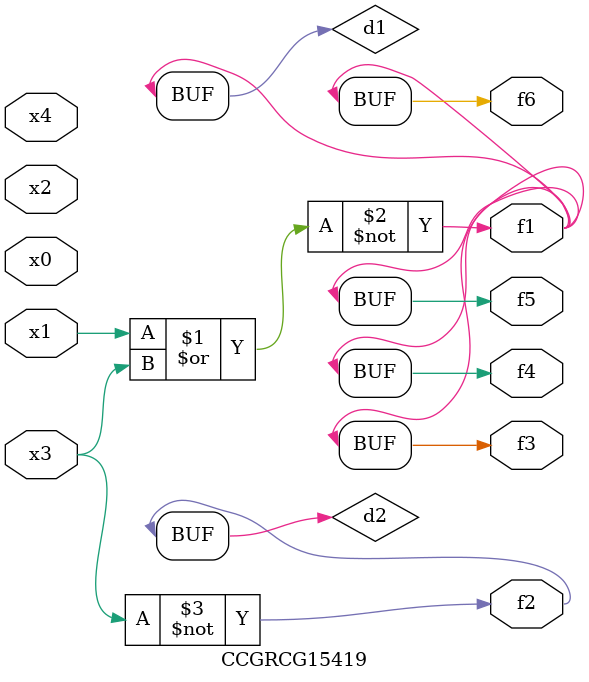
<source format=v>
module CCGRCG15419(
	input x0, x1, x2, x3, x4,
	output f1, f2, f3, f4, f5, f6
);

	wire d1, d2;

	nor (d1, x1, x3);
	not (d2, x3);
	assign f1 = d1;
	assign f2 = d2;
	assign f3 = d1;
	assign f4 = d1;
	assign f5 = d1;
	assign f6 = d1;
endmodule

</source>
